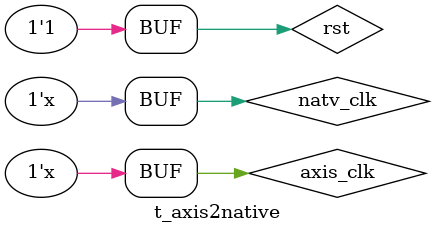
<source format=sv>

`timescale 1ns/1ns
module t_axis2native();

reg   rst = 1;
reg   axis_clk = 1;
reg   natv_clk = 1;

if_axi_stream axis_i();
if_native_stream vtg_i();
if_native_stream natv_o();

initial #2000 rst = ~rst;
always #2 axis_clk = ~axis_clk;
always #3 natv_clk = ~natv_clk;

reg [9:0] cnt = 0;

always @(posedge axis_clk)
begin
   if(axis_i.tready)
      cnt <= cnt + 1;
end

assign axis_i.tvalid = axis_i.tready;
assign axis_i.tlast  = &cnt[7:0];
assign axis_i.tuser  = ~|cnt[9:0];
assign axis_i.tdata  = {14'h0, cnt[9:0]};

reg [10:0] cnt1 = 20;
reg        active = 0;
always @(posedge natv_clk)
begin
   active <= vtg_i.vtg_ce;
   if(vtg_i.vtg_ce)
      cnt1 <= cnt1 + 1;
end

assign vtg_i.hblank = ~|cnt1[4:3];
assign vtg_i.vblank = ~|cnt1[9:8];
assign vtg_i.hsync  = vtg_i.hblank;
assign vtg_i.vsync  = vtg_i.vblank;
assign vtg_i.active = active/*!vtg_i.hblank && !vtg_i.vblank*/;

axis2native u_axis2native
(
   .rst       ( rst ),
   .axis_clk  ( axis_clk ),
   .natv_clk  ( natv_clk ),

   .axis_i    ( axis_i ),
   .vtg_i     ( vtg_i ),
   .natv_o    ( natv_o )
);

endmodule

</source>
